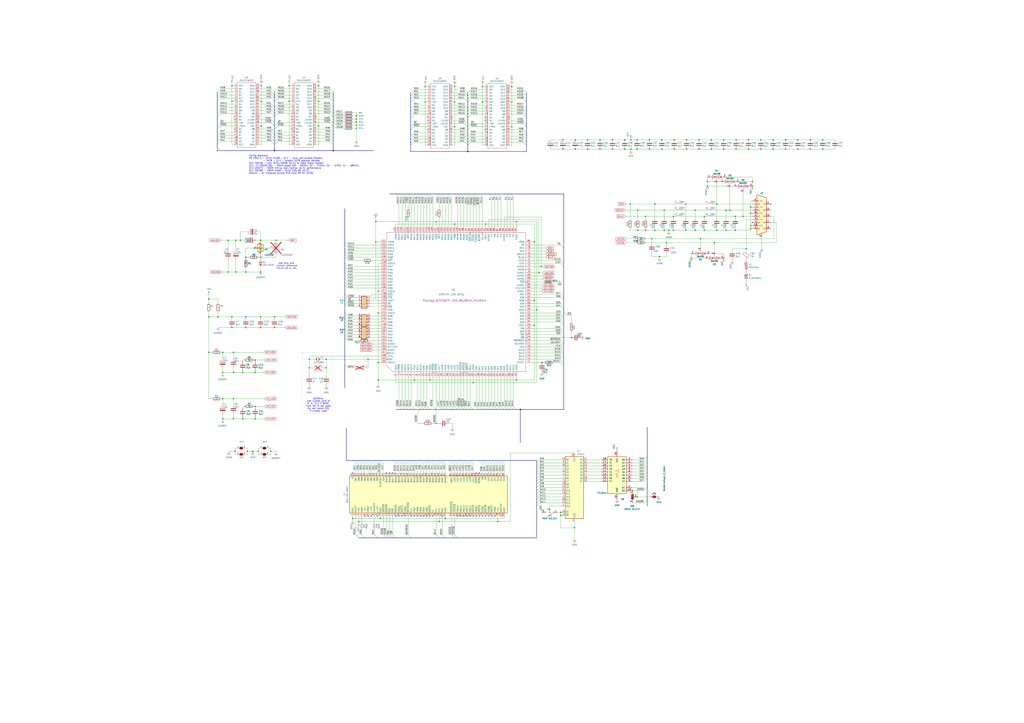
<source format=kicad_sch>
(kicad_sch
	(version 20250114)
	(generator "eeschema")
	(generator_version "9.0")
	(uuid "4a1fd320-e82a-408b-bd41-eddf9c8578fa")
	(paper "A1")
	
	(text "Config Resistors \nR9 (MD17) - 5422-5428 - 0/1 - zero wait enable/disable,\n            - 5429 - 0/1 - enable 2070 address decode.\nR10 (MD19) - port 3C3h/46E8h (0/1) is Video Sleep register\nR11, 12 (MD25/26) - DRAM speed (00 - 50MHz, 01 - 44MHz, 10 - 41Mhz, 11 - 38NHz)\nR13 (MD27) - DRAM timing high/normal (0/1) performance\nR14 (MD28) - DRAM mode - multi CAS/WE (0/1)\nDefault - all installed except R10 (and R9 for 5429)"
		(exclude_from_sim no)
		(at 204.47 135.255 0)
		(effects
			(font
				(size 1.27 1.27)
			)
			(justify left)
		)
		(uuid "3f98f744-188e-4ff1-8a4c-611faaed4611")
	)
	(text "Optional.\nUse crystal (one of\nY1 or Y1') if BOSC \nfrom ISA is not used.\nDo not install R31\nif crystal used."
		(exclude_from_sim no)
		(at 261.62 332.74 0)
		(effects
			(font
				(size 1.27 1.27)
			)
		)
		(uuid "65a06441-bbb0-4bc6-946a-a03e03d276b4")
	)
	(text "Use only one \ncurrent-reference\ncircuit U5 or U5'."
		(exclude_from_sim no)
		(at 235.585 218.44 0)
		(effects
			(font
				(size 1.27 1.27)
			)
		)
		(uuid "d6cc2038-e45e-4ab8-8e95-20b0330c32c7")
	)
	(junction
		(at 312.42 426.085)
		(diameter 0)
		(color 0 0 0 0)
		(uuid "0187054e-dc64-441f-be06-bce37dffeb76")
	)
	(junction
		(at 438.785 267.335)
		(diameter 0)
		(color 0 0 0 0)
		(uuid "01b6eb94-1eef-4b81-bd35-3ded3609e64d")
	)
	(junction
		(at 292.735 95.25)
		(diameter 0)
		(color 0 0 0 0)
		(uuid "026a68ff-8138-4614-bf38-6bab036d6f29")
	)
	(junction
		(at 541.655 210.82)
		(diameter 0)
		(color 0 0 0 0)
		(uuid "0292c081-2414-48b2-b556-7eea6581894c")
	)
	(junction
		(at 209.55 334.01)
		(diameter 0)
		(color 0 0 0 0)
		(uuid "03d1fda2-a03c-4f28-b944-6d8102c87613")
	)
	(junction
		(at 460.375 421.005)
		(diameter 0)
		(color 0 0 0 0)
		(uuid "03e7cb55-61f1-4464-9503-ca6c2676631b")
	)
	(junction
		(at 535.305 196.215)
		(diameter 0)
		(color 0 0 0 0)
		(uuid "04758a1a-ea8e-4f09-97c0-53bc9f557970")
	)
	(junction
		(at 482.6 122.555)
		(diameter 0)
		(color 0 0 0 0)
		(uuid "0507cddc-297d-4b66-8274-0f64ad92e274")
	)
	(junction
		(at 209.55 295.91)
		(diameter 0)
		(color 0 0 0 0)
		(uuid "0523cecc-f0c3-479f-bf9b-e1870bea1a81")
	)
	(junction
		(at 360.68 428.625)
		(diameter 0)
		(color 0 0 0 0)
		(uuid "05b2ff9d-3c55-4117-bd2e-6e0e62ca01ee")
	)
	(junction
		(at 254 302.26)
		(diameter 0)
		(color 0 0 0 0)
		(uuid "0644423c-e981-491b-af6d-ec5b39abd4cd")
	)
	(junction
		(at 655.32 114.935)
		(diameter 0)
		(color 0 0 0 0)
		(uuid "084af0ae-64a8-48af-adb8-a30238851a1f")
	)
	(junction
		(at 472.44 114.935)
		(diameter 0)
		(color 0 0 0 0)
		(uuid "08913714-20d4-4bd8-84d2-3b13d3de02ff")
	)
	(junction
		(at 199.39 306.07)
		(diameter 0)
		(color 0 0 0 0)
		(uuid "09b8f961-016a-4dd9-8a41-26236a46fa81")
	)
	(junction
		(at 588.645 189.23)
		(diameter 0)
		(color 0 0 0 0)
		(uuid "0a13acd6-0984-45b8-a8a1-d671f0d15d0b")
	)
	(junction
		(at 420.37 83.82)
		(diameter 0)
		(color 0 0 0 0)
		(uuid "0bf193ff-8aa7-4824-aa54-9f2e5d192b59")
	)
	(junction
		(at 171.45 245.745)
		(diameter 0)
		(color 0 0 0 0)
		(uuid "0c596f38-753c-4c5d-a53b-54702ff51335")
	)
	(junction
		(at 213.995 211.455)
		(diameter 0)
		(color 0 0 0 0)
		(uuid "0db8a95c-7935-4766-94ba-dc010919a89f")
	)
	(junction
		(at 201.93 223.52)
		(diameter 0)
		(color 0 0 0 0)
		(uuid "0e7d6fc4-65fa-4769-abb0-8a841d47f9c9")
	)
	(junction
		(at 193.675 223.52)
		(diameter 0)
		(color 0 0 0 0)
		(uuid "0fcb1f3f-cf81-440d-8bc7-96938e29ced3")
	)
	(junction
		(at 292.735 102.87)
		(diameter 0)
		(color 0 0 0 0)
		(uuid "11dadeaf-423c-4f80-ac14-01859ddaae50")
	)
	(junction
		(at 444.5 219.075)
		(diameter 0)
		(color 0 0 0 0)
		(uuid "123b8c4c-b5be-4841-909e-715570cc3e2e")
	)
	(junction
		(at 596.265 172.72)
		(diameter 0)
		(color 0 0 0 0)
		(uuid "134ca02f-4492-4752-a26d-a621c078556f")
	)
	(junction
		(at 408.94 428.625)
		(diameter 0)
		(color 0 0 0 0)
		(uuid "142ac170-3690-49b8-8271-c858018e9e1a")
	)
	(junction
		(at 213.995 269.24)
		(diameter 0)
		(color 0 0 0 0)
		(uuid "145538ac-2060-4e0a-8b5a-8d281bfd172e")
	)
	(junction
		(at 201.93 211.455)
		(diameter 0)
		(color 0 0 0 0)
		(uuid "17e9e2a9-b6b1-4679-8ba9-8ff770d0c6a5")
	)
	(junction
		(at 310.515 312.42)
		(diameter 0)
		(color 0 0 0 0)
		(uuid "19da9c58-5bc3-4dbe-8ff8-0034bf3750cd")
	)
	(junction
		(at 201.93 269.24)
		(diameter 0)
		(color 0 0 0 0)
		(uuid "1a0e26c4-bfdf-4cc3-8e71-392cc79ec441")
	)
	(junction
		(at 530.225 189.23)
		(diameter 0)
		(color 0 0 0 0)
		(uuid "1a37ffc3-95ea-4992-bb85-a312d91602aa")
	)
	(junction
		(at 575.31 196.215)
		(diameter 0)
		(color 0 0 0 0)
		(uuid "1cff7eb8-279e-49f8-a518-fd93fd46fa16")
	)
	(junction
		(at 440.69 254.635)
		(diameter 0)
		(color 0 0 0 0)
		(uuid "1d552a4b-63b3-449d-9e0c-90590745244f")
	)
	(junction
		(at 199.39 344.17)
		(diameter 0)
		(color 0 0 0 0)
		(uuid "1ed878d7-598d-41f1-9a51-a1d4535f7a89")
	)
	(junction
		(at 237.49 70.485)
		(diameter 0)
		(color 0 0 0 0)
		(uuid "204ffd06-78ba-4ebb-b147-893c1053d186")
	)
	(junction
		(at 616.585 187.96)
		(diameter 0)
		(color 0 0 0 0)
		(uuid "2067da93-b9d6-4c69-b37e-1a25000a638b")
	)
	(junction
		(at 523.24 408.305)
		(diameter 0)
		(color 0 0 0 0)
		(uuid "213173a8-b1f1-4562-a96c-8d08d007c598")
	)
	(junction
		(at 553.085 177.8)
		(diameter 0)
		(color 0 0 0 0)
		(uuid "21de7ab6-05b0-4062-b653-a1fa7b83f5d3")
	)
	(junction
		(at 616.585 185.42)
		(diameter 0)
		(color 0 0 0 0)
		(uuid "25f9b24d-9887-40ac-9f74-77e197b443fb")
	)
	(junction
		(at 594.36 122.555)
		(diameter 0)
		(color 0 0 0 0)
		(uuid "260f8a20-7126-4fea-8570-dd122a35dd0c")
	)
	(junction
		(at 523.875 189.23)
		(diameter 0)
		(color 0 0 0 0)
		(uuid "269e4948-4ad4-4a0d-89f8-5e392b62106b")
	)
	(junction
		(at 214.63 103.505)
		(diameter 0)
		(color 0 0 0 0)
		(uuid "26b93d93-f3ee-4792-ba95-7636623544d1")
	)
	(junction
		(at 182.88 289.56)
		(diameter 0)
		(color 0 0 0 0)
		(uuid "274b437c-4542-408d-a819-266b8f4ccc6f")
	)
	(junction
		(at 675.64 122.555)
		(diameter 0)
		(color 0 0 0 0)
		(uuid "28add619-4c44-485e-8b15-396095668c37")
	)
	(junction
		(at 614.68 122.555)
		(diameter 0)
		(color 0 0 0 0)
		(uuid "292e0cb4-b2b9-4235-9623-8a69cc82efe0")
	)
	(junction
		(at 596.265 189.23)
		(diameter 0)
		(color 0 0 0 0)
		(uuid "2a6ea6d2-5c19-4e8d-b6ee-91f23978498e")
	)
	(junction
		(at 373.38 83.82)
		(diameter 0)
		(color 0 0 0 0)
		(uuid "2aa9b85a-4c7f-430c-8c12-d96ce99555d9")
	)
	(junction
		(at 603.885 177.8)
		(diameter 0)
		(color 0 0 0 0)
		(uuid "2b16ba0c-9680-4eff-9cc7-534202910910")
	)
	(junction
		(at 214.63 70.485)
		(diameter 0)
		(color 0 0 0 0)
		(uuid "2bb9b394-4df4-46bd-8581-9412acb7167c")
	)
	(junction
		(at 171.45 260.35)
		(diameter 0)
		(color 0 0 0 0)
		(uuid "2d38fb27-824d-47a3-823b-3c4b752aa4fe")
	)
	(junction
		(at 191.77 306.07)
		(diameter 0)
		(color 0 0 0 0)
		(uuid "2db78267-99f8-4070-955b-7bf91e694303")
	)
	(junction
		(at 190.5 260.35)
		(diameter 0)
		(color 0 0 0 0)
		(uuid "2f48abc8-ecb7-4834-aec3-4fcc35507bf7")
	)
	(junction
		(at 209.55 306.07)
		(diameter 0)
		(color 0 0 0 0)
		(uuid "2f70865d-52c2-4d66-b484-3d4069d3b202")
	)
	(junction
		(at 578.485 189.23)
		(diameter 0)
		(color 0 0 0 0)
		(uuid "2fb68136-169b-4eea-8b17-035816a377cf")
	)
	(junction
		(at 574.04 114.935)
		(diameter 0)
		(color 0 0 0 0)
		(uuid "2fef19c9-519e-4aaa-880a-fb56a9362f16")
	)
	(junction
		(at 492.76 122.555)
		(diameter 0)
		(color 0 0 0 0)
		(uuid "32ed4981-13bc-47e8-8707-95e18e46741c")
	)
	(junction
		(at 533.4 122.555)
		(diameter 0)
		(color 0 0 0 0)
		(uuid "351f0cd6-7d3e-403b-8879-68a68312159d")
	)
	(junction
		(at 310.515 239.395)
		(diameter 0)
		(color 0 0 0 0)
		(uuid "352b5536-94a3-4c15-85b3-9b02cf724a0f")
	)
	(junction
		(at 553.72 122.555)
		(diameter 0)
		(color 0 0 0 0)
		(uuid "39d0daca-5282-4b0b-a1ac-38f3a987e602")
	)
	(junction
		(at 517.525 167.64)
		(diameter 0)
		(color 0 0 0 0)
		(uuid "3ad194b9-569b-4428-91ab-452e616b6797")
	)
	(junction
		(at 604.52 122.555)
		(diameter 0)
		(color 0 0 0 0)
		(uuid "3b93edd5-6b6b-417d-ae0a-4623fc45fcb3")
	)
	(junction
		(at 213.995 260.35)
		(diameter 0)
		(color 0 0 0 0)
		(uuid "3d637420-501a-405f-bfd0-166f751be3de")
	)
	(junction
		(at 225.425 260.35)
		(diameter 0)
		(color 0 0 0 0)
		(uuid "4189cb18-ef9a-4dc3-b681-8f76d7fbec57")
	)
	(junction
		(at 462.28 114.935)
		(diameter 0)
		(color 0 0 0 0)
		(uuid "41e194de-f447-4cb5-889d-5e81433412d5")
	)
	(junction
		(at 624.84 114.935)
		(diameter 0)
		(color 0 0 0 0)
		(uuid "423fa716-5518-4100-81c9-b1d1d569d2aa")
	)
	(junction
		(at 635 114.935)
		(diameter 0)
		(color 0 0 0 0)
		(uuid "42a50069-2500-432d-b675-19100e2708b0")
	)
	(junction
		(at 617.855 153.035)
		(diameter 0)
		(color 0 0 0 0)
		(uuid "42f9a945-a89a-487c-8012-94b6ec8216f7")
	)
	(junction
		(at 289.56 426.085)
		(diameter 0)
		(color 0 0 0 0)
		(uuid "434ab4ce-e8dc-48dc-bd5c-c6d30b0d34d2")
	)
	(junction
		(at 616.585 170.18)
		(diameter 0)
		(color 0 0 0 0)
		(uuid "489c9e4a-3f84-407c-9c34-830f7b2c21ed")
	)
	(junction
		(at 292.735 97.79)
		(diameter 0)
		(color 0 0 0 0)
		(uuid "48f42485-d138-4f81-a7dd-0f2940f6af5c")
	)
	(junction
		(at 581.025 153.035)
		(diameter 0)
		(color 0 0 0 0)
		(uuid "499a2941-e6e5-4fc7-9d3b-bbea65e855be")
	)
	(junction
		(at 594.36 114.935)
		(diameter 0)
		(color 0 0 0 0)
		(uuid "49f09001-3bce-4757-90d7-e483b9747978")
	)
	(junction
		(at 222.25 370.84)
		(diameter 0)
		(color 0 0 0 0)
		(uuid "4c1544b7-97d0-4a45-ab6b-429758051d30")
	)
	(junction
		(at 665.48 114.935)
		(diameter 0)
		(color 0 0 0 0)
		(uuid "4c4ea243-2ed2-4a2f-94c0-95de15c1c0f0")
	)
	(junction
		(at 588.645 167.64)
		(diameter 0)
		(color 0 0 0 0)
		(uuid "4f7ca6bd-e3d0-43b3-a877-a11fefc4c01c")
	)
	(junction
		(at 543.56 122.555)
		(diameter 0)
		(color 0 0 0 0)
		(uuid "4f95e00c-6de0-41d8-bb8e-3bf98ea5fddc")
	)
	(junction
		(at 574.04 122.555)
		(diameter 0)
		(color 0 0 0 0)
		(uuid "50fad5e8-9d5f-46dd-b650-c525dc3dfe50")
	)
	(junction
		(at 645.16 114.935)
		(diameter 0)
		(color 0 0 0 0)
		(uuid "52b25d5e-7603-486e-96e0-c11b0edf5693")
	)
	(junction
		(at 635 122.555)
		(diameter 0)
		(color 0 0 0 0)
		(uuid "5410bcff-8566-4d3e-bf75-b526653839fa")
	)
	(junction
		(at 645.16 122.555)
		(diameter 0)
		(color 0 0 0 0)
		(uuid "552f6567-326f-45a9-b51e-3a9e4a455ab4")
	)
	(junction
		(at 545.465 172.72)
		(diameter 0)
		(color 0 0 0 0)
		(uuid "572c0e93-5df8-4c31-9418-49a78b86b8e9")
	)
	(junction
		(at 201.93 260.35)
		(diameter 0)
		(color 0 0 0 0)
		(uuid "57a076bd-a8b3-419f-96f2-dad1f92a30f2")
	)
	(junction
		(at 578.485 177.8)
		(diameter 0)
		(color 0 0 0 0)
		(uuid "58c7e6aa-3ed2-44ea-8e57-508522df6d8d")
	)
	(junction
		(at 523.875 172.72)
		(diameter 0)
		(color 0 0 0 0)
		(uuid "5a08a6ae-30ad-4cb8-a31c-9ccad745f51d")
	)
	(junction
		(at 427.355 336.55)
		(diameter 0)
		(color 0 0 0 0)
		(uuid "5a0b4de8-0c45-40d2-9315-bfb9ca62f2e8")
	)
	(junction
		(at 570.865 189.23)
		(diameter 0)
		(color 0 0 0 0)
		(uuid "5cb6ace4-ca61-44b6-8d52-dafbb6d84bfb")
	)
	(junction
		(at 237.49 83.185)
		(diameter 0)
		(color 0 0 0 0)
		(uuid "5ce5f16f-6585-4af4-8012-84dac0947e05")
	)
	(junction
		(at 563.88 122.555)
		(diameter 0)
		(color 0 0 0 0)
		(uuid "5d0f55bd-b437-400a-b127-01b6e7006364")
	)
	(junction
		(at 445.135 297.815)
		(diameter 0)
		(color 0 0 0 0)
		(uuid "5fa609d6-c0f7-4e52-804c-8ae8ff1e6e4b")
	)
	(junction
		(at 549.275 189.23)
		(diameter 0)
		(color 0 0 0 0)
		(uuid "61a218ac-d011-4bec-b5b3-4a8ea63de5c8")
	)
	(junction
		(at 310.515 257.175)
		(diameter 0)
		(color 0 0 0 0)
		(uuid "63c900de-2d52-4bc6-a0e7-6b3e93bdc1fe")
	)
	(junction
		(at 537.845 189.23)
		(diameter 0)
		(color 0 0 0 0)
		(uuid "65ba1c94-62c7-434d-9352-0a1931c8cf63")
	)
	(junction
		(at 292.735 100.33)
		(diameter 0)
		(color 0 0 0 0)
		(uuid "69760998-3c78-4ed1-8da5-bdec4c0f9c39")
	)
	(junction
		(at 261.62 103.505)
		(diameter 0)
		(color 0 0 0 0)
		(uuid "6a3290e0-4349-4b29-9649-03b1888e2744")
	)
	(junction
		(at 187.325 223.52)
		(diameter 0)
		(color 0 0 0 0)
		(uuid "6a68d2ec-b11d-4901-ada3-7709298e166b")
	)
	(junction
		(at 460.375 423.545)
		(diameter 0)
		(color 0 0 0 0)
		(uuid "6ac040f6-8cf3-4913-aa4d-e65a3abede14")
	)
	(junction
		(at 502.92 114.935)
		(diameter 0)
		(color 0 0 0 0)
		(uuid "6b171e4f-43e4-4d4a-bd6c-b26653dbda47")
	)
	(junction
		(at 267.97 302.26)
		(diameter 0)
		(color 0 0 0 0)
		(uuid "6c4aab1c-192a-43fa-a95a-791450b286df")
	)
	(junction
		(at 261.62 70.485)
		(diameter 0)
		(color 0 0 0 0)
		(uuid "700ac8d7-1d87-411c-ba80-a9d45b00eb3a")
	)
	(junction
		(at 203.2 370.84)
		(diameter 0)
		(color 0 0 0 0)
		(uuid "70374f98-8cfd-4964-9472-c489a3df7e38")
	)
	(junction
		(at 533.4 114.935)
		(diameter 0)
		(color 0 0 0 0)
		(uuid "70cae48d-e9ba-49d0-866a-32965187a15b")
	)
	(junction
		(at 225.425 123.825)
		(diameter 0)
		(color 0 0 0 0)
		(uuid "74b4396d-d154-45ad-8505-29f78132f4b6")
	)
	(junction
		(at 212.09 370.84)
		(diameter 0)
		(color 0 0 0 0)
		(uuid "7564b637-5acb-4d22-8feb-9ed8dad36ec0")
	)
	(junction
		(at 373.38 184.15)
		(diameter 0)
		(color 0 0 0 0)
		(uuid "78044c01-fb50-46e2-8fa3-c565ab11299b")
	)
	(junction
		(at 384.175 124.46)
		(diameter 0)
		(color 0 0 0 0)
		(uuid "79d007d1-971f-4676-84ec-6c286d4ac0a0")
	)
	(junction
		(at 616.585 175.26)
		(diameter 0)
		(color 0 0 0 0)
		(uuid "7b5736b6-6ff3-49eb-8089-08fc320a7379")
	)
	(junction
		(at 530.225 177.8)
		(diameter 0)
		(color 0 0 0 0)
		(uuid "8142028d-c463-412b-993f-5fef111d6883")
	)
	(junction
		(at 182.88 344.17)
		(diameter 0)
		(color 0 0 0 0)
		(uuid "834866e3-9eb0-4df3-9389-ed1bd2fcfff4")
	)
	(junction
		(at 553.085 189.23)
		(diameter 0)
		(color 0 0 0 0)
		(uuid "85f640cf-45a6-43f0-91ef-ff2d3c94b173")
	)
	(junction
		(at 599.44 172.72)
		(diameter 0)
		(color 0 0 0 0)
		(uuid "88289862-cb62-4703-af6d-c041b131ec06")
	)
	(junction
		(at 294.64 428.625)
		(diameter 0)
		(color 0 0 0 0)
		(uuid "8acda848-ab69-4c77-b5fe-3e6217d6907a")
	)
	(junction
		(at 207.645 370.84)
		(diameter 0)
		(color 0 0 0 0)
		(uuid "8b50ff47-ee69-4646-a238-d9a7036bbbfa")
	)
	(junction
		(at 438.785 198.755)
		(diameter 0)
		(color 0 0 0 0)
		(uuid "8d1f9a1f-1802-4099-93c8-d4f7879480b0")
	)
	(junction
		(at 225.425 269.24)
		(diameter 0)
		(color 0 0 0 0)
		(uuid "8f0e5d14-e8a1-4451-b923-d7b7aa8f84e1")
	)
	(junction
		(at 191.77 289.56)
		(diameter 0)
		(color 0 0 0 0)
		(uuid "90e0007c-9b09-4d8c-8493-7eb0560921fd")
	)
	(junction
		(at 518.16 114.935)
		(diameter 0)
		(color 0 0 0 0)
		(uuid "934587bb-5280-4edb-b838-a3a84c5833d8")
	)
	(junction
		(at 193.04 370.84)
		(diameter 0)
		(color 0 0 0 0)
		(uuid "93773374-e48f-4ef9-933a-60baff3dcb04")
	)
	(junction
		(at 213.995 197.485)
		(diameter 0)
		(color 0 0 0 0)
		(uuid "980b89fd-acce-49fe-a166-c1310786a603")
	)
	(junction
		(at 365.76 426.085)
		(diameter 0)
		(color 0 0 0 0)
		(uuid "99d847ab-e304-49f0-b0fa-abf7dd4a7a96")
	)
	(junction
		(at 340.36 312.42)
		(diameter 0)
		(color 0 0 0 0)
		(uuid "9bf96a71-1861-427b-9bb9-598dd02f0082")
	)
	(junction
		(at 604.52 114.935)
		(diameter 0)
		(color 0 0 0 0)
		(uuid "9dfc290f-19ad-4cad-aeb8-8eadc8062152")
	)
	(junction
		(at 537.845 167.64)
		(diameter 0)
		(color 0 0 0 0)
		(uuid "9e1a7275-c325-492b-9844-31ca164a9ad5")
	)
	(junction
		(at 492.76 114.935)
		(diameter 0)
		(color 0 0 0 0)
		(uuid "9e997998-ffc3-454b-aaee-27f8d8e3816e")
	)
	(junction
		(at 563.245 167.64)
		(diameter 0)
		(color 0 0 0 0)
		(uuid "9eeaf640-2177-488a-a539-b6383d3c5a27")
	)
	(junction
		(at 586.74 199.39)
		(diameter 0)
		(color 0 0 0 0)
		(uuid "a00bf91e-9556-4036-bd44-c9fc1d037658")
	)
	(junction
		(at 518.16 122.555)
		(diameter 0)
		(color 0 0 0 0)
		(uuid "a06f0344-2377-4d46-9844-da45b200f41a")
	)
	(junction
		(at 396.24 71.12)
		(diameter 0)
		(color 0 0 0 0)
		(uuid "a282b8c2-7d2b-4cfa-936c-4be166f87e55")
	)
	(junction
		(at 420.37 104.14)
		(diameter 0)
		(color 0 0 0 0)
		(uuid "a4f8091e-3f76-46c1-a709-ba8207b20af3")
	)
	(junction
		(at 570.865 172.72)
		(diameter 0)
		(color 0 0 0 0)
		(uuid "a611d33c-ec85-4af2-982f-97fe0f58124b")
	)
	(junction
		(at 584.2 122.555)
		(diameter 0)
		(color 0 0 0 0)
		(uuid "a7c30290-2575-4fe1-9ad0-122f00ae819f")
	)
	(junction
		(at 513.08 122.555)
		(diameter 0)
		(color 0 0 0 0)
		(uuid "a82bb278-4c7d-492e-b069-6349ad111d18")
	)
	(junction
		(at 187.325 197.485)
		(diameter 0)
		(color 0 0 0 0)
		(uuid "a94e6445-d4ba-4ddf-9ee3-4e45071fc4b1")
	)
	(junction
		(at 624.84 122.555)
		(diameter 0)
		(color 0 0 0 0)
		(uuid "a9a803cd-bfd0-4ada-80cc-9197751f1eff")
	)
	(junction
		(at 472.44 122.555)
		(diameter 0)
		(color 0 0 0 0)
		(uuid "aa301d4f-7cd5-4eb7-b671-1bd9a474fcd4")
	)
	(junction
		(at 302.26 295.275)
		(diameter 0)
		(color 0 0 0 0)
		(uuid "ac2a2ad7-05a6-4978-8a47-f6adf5f5ae2f")
	)
	(junction
		(at 523.24 114.935)
		(diameter 0)
		(color 0 0 0 0)
		(uuid "ad04b4cd-35e4-49c5-a1ed-39a70abc0881")
	)
	(junction
		(at 442.595 224.155)
		(diameter 0)
		(color 0 0 0 0)
		(uuid "ad82e3ec-61ea-4bb4-aebd-218a347a946a")
	)
	(junction
		(at 358.14 347.98)
		(diameter 0)
		(color 0 0 0 0)
		(uuid "ae625cbb-df39-4000-8ddc-25e020ddb9bf")
	)
	(junction
		(at 612.775 204.47)
		(diameter 0)
		(color 0 0 0 0)
		(uuid "b03b6674-8dec-4d8d-b5cc-ccb734732277")
	)
	(junction
		(at 563.88 114.935)
		(diameter 0)
		(color 0 0 0 0)
		(uuid "b0ade3df-ec79-4814-ad4e-a75c68f20ee2")
	)
	(junction
		(at 182.88 306.07)
		(diameter 0)
		(color 0 0 0 0)
		(uuid "b3a238d7-e4d1-46b4-b07b-bdd955fbb18e")
	)
	(junction
		(at 519.43 403.225)
		(diameter 0)
		(color 0 0 0 0)
		(uuid "b43dac72-e086-42a4-bdf4-8acf8818b60f")
	)
	(junction
		(at 584.2 114.935)
		(diameter 0)
		(color 0 0 0 0)
		(uuid "b61c1842-2aa2-44c2-951c-7fa55f5e2f5b")
	)
	(junction
		(at 396.24 83.82)
		(diameter 0)
		(color 0 0 0 0)
		(uuid "b62f546f-dc63-4770-a029-6c244c108720")
	)
	(junction
		(at 424.18 312.42)
		(diameter 0)
		(color 0 0 0 0)
		(uuid "b74a336d-1f67-493c-bca8-b02f14afeeac")
	)
	(junction
		(at 545.465 189.23)
		(diameter 0)
		(color 0 0 0 0)
		(uuid "b7ec1ed7-9643-43d7-9d3c-58effc2cc096")
	)
	(junction
		(at 179.07 260.35)
		(diameter 0)
		(color 0 0 0 0)
		(uuid "b86a1fdc-5a39-446c-81cd-ca9e9b7003ab")
	)
	(junction
		(at 424.18 182.245)
		(diameter 0)
		(color 0 0 0 0)
		(uuid "ba69eead-5bd8-42a0-b4c8-34766418cd38")
	)
	(junction
		(at 420.37 71.12)
		(diameter 0)
		(color 0 0 0 0)
		(uuid "bb27a714-b11a-469a-90b6-15c6b2f75247")
	)
	(junction
		(at 349.25 83.82)
		(diameter 0)
		(color 0 0 0 0)
		(uuid "bd4326ca-ac2e-4975-9865-55cc21d7e93f")
	)
	(junction
		(at 665.48 122.555)
		(diameter 0)
		(color 0 0 0 0)
		(uuid "bd43ab7d-b639-43d9-8a7b-35ff2979b501")
	)
	(junction
		(at 209.55 344.17)
		(diameter 0)
		(color 0 0 0 0)
		(uuid "bee417ac-3cd2-485d-a613-060771a4ad1d")
	)
	(junction
		(at 502.92 122.555)
		(diameter 0)
		(color 0 0 0 0)
		(uuid "bf571c32-a424-405b-875f-1df3fc94bd75")
	)
	(junction
		(at 373.38 71.12)
		(diameter 0)
		(color 0 0 0 0)
		(uuid "c16f7598-b6bb-4c7f-9876-085ed35e9bf5")
	)
	(junction
		(at 603.885 189.23)
		(diameter 0)
		(color 0 0 0 0)
		(uuid "c370b5e2-b35f-4601-9154-b9e46418649d")
	)
	(junction
		(at 523.24 122.555)
		(diameter 0)
		(color 0 0 0 0)
		(uuid "c4cc8807-0281-4357-9c5d-0cfbe5583bdf")
	)
	(junction
		(at 261.62 83.185)
		(diameter 0)
		(color 0 0 0 0)
		(uuid "c555b576-928d-4e05-9ea9-72a810ed69b2")
	)
	(junction
		(at 581.025 149.225)
		(diameter 0)
		(color 0 0 0 0)
		(uuid "c83f03e5-2d0f-42ed-bfd0-77f40b4ccfd2")
	)
	(junction
		(at 398.78 184.15)
		(diameter 0)
		(color 0 0 0 0)
		(uuid "c860ebbf-a5eb-4380-8fad-4bf3eae1006f")
	)
	(junction
		(at 353.06 312.42)
		(diameter 0)
		(color 0 0 0 0)
		(uuid "c866c48a-3ad0-45bc-9be0-a7b29b84ea17")
	)
	(junction
		(at 190.5 269.24)
		(diameter 0)
		(color 0 0 0 0)
		(uuid "c87a12a9-6b0c-4631-b662-bc9f4fd1248c")
	)
	(junction
		(at 594.36 212.09)
		(diameter 0)
		(color 0 0 0 0)
		(uuid "c9a297ec-d284-498b-9786-abca59854388")
	)
	(junction
		(at 190.5 70.485)
		(diameter 0)
		(color 0 0 0 0)
		(uuid "ca8b0d94-5cbe-4324-b217-9e0f807b2632")
	)
	(junction
		(at 190.5 83.185)
		(diameter 0)
		(color 0 0 0 0)
		(uuid "d142ff06-b1ee-45f5-9314-f7cc57f1e36f")
	)
	(junction
		(at 308.61 182.245)
		(diameter 0)
		(color 0 0 0 0)
		(uuid "d39d9582-dd01-4384-8995-c8c377730475")
	)
	(junction
		(at 197.485 197.485)
		(diameter 0)
		(color 0 0 0 0)
		(uuid "d51aa14c-25f0-4421-839c-46789c748aa0")
	)
	(junction
		(at 438.785 247.015)
		(diameter 0)
		(color 0 0 0 0)
		(uuid "d6bd591d-8ca6-42d3-9f97-30b56334f9c5")
	)
	(junction
		(at 547.37 199.39)
		(diameter 0)
		(color 0 0 0 0)
		(uuid "d7ef2d8f-d2d4-4cb4-a9d8-1539c95fc6f9")
	)
	(junction
		(at 373.38 104.14)
		(diameter 0)
		(color 0 0 0 0)
		(uuid "d8ef6814-8207-4dea-ae5a-38f826777896")
	)
	(junction
		(at 308.61 198.755)
		(diameter 0)
		(color 0 0 0 0)
		(uuid "d8f840b4-6328-4032-b358-b2162dbc2241")
	)
	(junction
		(at 182.88 327.66)
		(diameter 0)
		(color 0 0 0 0)
		(uuid "d9225c03-e5dd-4828-9ae3-3db4b87433b1")
	)
	(junction
		(at 310.515 297.815)
		(diameter 0)
		(color 0 0 0 0)
		(uuid "d9b0ecd7-4b86-432a-98a5-863e83501dcb")
	)
	(junction
		(at 567.69 212.09)
		(diameter 0)
		(color 0 0 0 0)
		(uuid "da2abc86-903b-4fbc-b3f8-0494b5bae07e")
	)
	(junction
		(at 213.995 223.52)
		(diameter 0)
		(color 0 0 0 0)
		(uuid "dbc233c1-c745-4a95-8620-a2fb2a33644f")
	)
	(junction
		(at 543.56 114.935)
		(diameter 0)
		(color 0 0 0 0)
		(uuid "e0752959-853c-4116-8e7e-3f293e859b25")
	)
	(junction
		(at 292.735 105.41)
		(diameter 0)
		(color 0 0 0 0)
		(uuid "e0dbf180-9f90-49dd-b346-3a7bc102bfa1")
	)
	(junction
		(at 273.685 123.825)
		(diameter 0)
		(color 0 0 0 0)
		(uuid "e113bca0-9fef-4aa8-8b03-7702352f60b8")
	)
	(junction
		(at 553.72 114.935)
		(diameter 0)
		(color 0 0 0 0)
		(uuid "e19efece-8210-4db1-8520-08460a92b99f")
	)
	(junction
		(at 462.28 122.555)
		(diameter 0)
		(color 0 0 0 0)
		(uuid "e30af9a2-a4d3-4277-bdc7-9d8956148d7c")
	)
	(junction
		(at 214.63 83.185)
		(diameter 0)
		(color 0 0 0 0)
		(uuid "e33eca07-66cd-415d-b96a-fd47bb200ea2")
	)
	(junction
		(at 191.77 327.66)
		(diameter 0)
		(color 0 0 0 0)
		(uuid "e3b0a2fb-81ea-4534-9883-824dc1be85f4")
	)
	(junction
		(at 267.97 295.275)
		(diameter 0)
		(color 0 0 0 0)
		(uuid "e3c83c1f-d24c-477a-b630-523af0b9460c")
	)
	(junction
		(at 358.14 182.245)
		(diameter 0)
		(color 0 0 0 0)
		(uuid "e6032ba3-1d8b-464c-80e4-09af801e56ad")
	)
	(junction
		(at 471.805 433.705)
		(diameter 0)
		(color 0 0 0 0)
		(uuid "e6085fe4-fe51-4426-8404-fe833f6d461c")
	)
	(junction
		(at 513.08 114.935)
		(diameter 0)
		(color 0 0 0 0)
		(uuid "e60fed5b-c7c9-401c-8a73-cc495f60e888")
	)
	(junction
		(at 254 295.275)
		(diameter 0)
		(color 0 0 0 0)
		(uuid "e8a9a151-9419-446d-89ec-6f77f8716c8c")
	)
	(junction
		(at 208.915 203.835)
		(diameter 0)
		(color 0 0 0 0)
		(uuid "ea0d6ac7-9e66-49ea-93f7-bd2510c9c059")
	)
	(junction
		(at 469.265 277.495)
		(diameter 0)
		(color 0 0 0 0)
		(uuid "ebb945d3-56af-4b64-b2cf-a68f4525f078")
	)
	(junction
		(at 563.245 189.23)
		(diameter 0)
		(color 0 0 0 0)
		(uuid "ebef9409-7857-4791-a4ba-c7821ed82c15")
	)
	(junction
		(at 614.68 114.935)
		(diameter 0)
		(color 0 0 0 0)
		(uuid "eef957d4-a9cd-4ec4-a993-dc017d71a87b")
	)
	(junction
		(at 388.62 314.325)
		(diameter 0)
		(color 0 0 0 0)
		(uuid "f242b64f-fbce-4972-a409-41f5b119c86b")
	)
	(junction
		(at 171.45 289.56)
		(diameter 0)
		(color 0 0 0 0)
		(uuid "f52d0567-8b71-4b16-a105-3f2a7eea5c29")
	)
	(junction
		(at 226.695 197.485)
		(diameter 0)
		(color 0 0 0 0)
		(uuid "f583d49d-2571-45ce-b444-4f83313e4ed5")
	)
	(junction
		(at 675.64 114.935)
		(diameter 0)
		(color 0 0 0 0)
		(uuid "f59fcd2c-c032-4abf-98f3-aa79663781c7")
	)
	(junction
		(at 655.32 122.555)
		(diameter 0)
		(color 0 0 0 0)
		(uuid "f5a40d8f-9bc5-4194-9d23-15d3bac52bcb")
	)
	(junction
		(at 617.855 149.225)
		(diameter 0)
		(color 0 0 0 0)
		(uuid "f6b9b9b5-e616-4655-96fe-0783e1dd51fc")
	)
	(junction
		(at 191.77 344.17)
		(diameter 0)
		(color 0 0 0 0)
		(uuid "f7c54cdf-cd59-4e9e-beb3-6170d4caf1e3")
	)
	(junction
		(at 349.25 71.12)
		(diameter 0)
		(color 0 0 0 0)
		(uuid "f8d549f9-5bbd-4754-b3db-b9a2851f5f2c")
	)
	(junction
		(at 482.6 114.935)
		(diameter 0)
		(color 0 0 0 0)
		(uuid "fb100d07-cf3e-45ed-8c03-7fd39f8f25e2")
	)
	(junction
		(at 610.235 177.8)
		(diameter 0)
		(color 0 0 0 0)
		(uuid "fcc90dae-34fd-4168-8fa6-925334588c0a")
	)
	(junction
		(at 193.675 197.485)
		(diameter 0)
		(color 0 0 0 0)
		(uuid "fd86af4d-ad50-4861-85d6-c1f64622fbc0")
	)
	(no_connect
		(at 388.62 424.18)
		(uuid "05590cab-7a96-4bd5-be43-79793552d73a")
	)
	(no_connect
		(at 347.98 424.18)
		(uuid "06097f32-eb18-4ac0-b65f-0c6b6f95ec2c")
	)
	(no_connect
		(at 398.78 424.18)
		(uuid "0a2c2dc7-f0bf-4829-b9bb-a8ad4d7cdac4")
	)
	(no_connect
		(at 322.58 388.62)
		(uuid "11415f50-ab24-4f9f-a133-0e09f06e3b22")
	)
	(no_connect
		(at 317.5 388.62)
		(uuid "171609c5-0497-4915-8051-664d8f65e0f1")
	)
	(no_connect
		(at 363.22 424.18)
		(uuid "1988c41a-1147-4301-9a79-e05d55b9020b")
	)
	(no_connect
		(at 327.66 424.18)
		(uuid "19bfdba8-47f8-412f-8103-3f39b2927923")
	)
	(no_connect
		(at 396.24 424.18)
		(uuid "1fada2f3-c0d5-47ed-bb18-874bee4cba2f")
	)
	(no_connect
		(at 411.48 424.18)
		(uuid "280b1471-8f17-49e3-8f2d-040c3115bd98")
	)
	(no_connect
		(at 391.16 424.18)
		(uuid "2860b613-9560-4484-89fe-77b966d2992d")
	)
	(no_connect
		(at 320.04 388.62)
		(uuid "2aee466a-e30c-4202-987c-676a0af5edf0")
	)
	(no_connect
		(at 403.86 424.18)
		(uuid "404570c5-1dec-40ea-a8b0-0f822d68895e")
	)
	(no_connect
		(at 393.7 388.62)
		(uuid "439da68c-dbb5-4b0e-9245-b01c55c05352")
	)
	(no_connect
		(at 302.26 424.18)
		(uuid "498198aa-9f13-454f-b5bb-90040689216f")
	)
	(no_connect
		(at 386.08 424.18)
		(uuid "49a3b5ac-2e80-4dc5-a03e-05b0630830fd")
	)
	(no_connect
		(at 401.32 424.18)
		(uuid "5d524f8b-4ba0-4465-b778-e5f249fde12f")
	)
	(no_connect
		(at 350.52 424.18)
		(uuid "69baa5aa-387d-46de-b856-9cd6f2288dbf")
	)
	(no_connect
		(at 406.4 424.18)
		(uuid "71cd4371-dca6-4d56-8cd9-d19781b4cabb")
	)
	(no_connect
		(at 381 424.18)
		(uuid "844b78f0-5d33-4062-9bbd-f57a81b0c98b")
	)
	(no_connect
		(at 353.06 424.18)
		(uuid "867ad2f9-79a6-4fa1-8480-a6de626a1b10")
	)
	(no_connect
		(at 325.12 424.18)
		(uuid "8a89e39e-3117-4622-be30-03b2a8ea618d")
	)
	(no_connect
		(at 332.74 424.18)
		(uuid "8cc7ffb7-f224-4619-9387-be51f1e05549")
	)
	(no_connect
		(at 375.92 424.18)
		(uuid "93aa0935-7d92-4200-a7fe-3f2d253b505f")
	)
	(no_connect
		(at 299.72 424.18)
		(uuid "9f543c91-0163-44e5-802c-d365655f8d2b")
	)
	(no_connect
		(at 342.9 424.18)
		(uuid "a3bea11b-c2e1-4632-9bc5-4fea3e6a7df6")
	)
	(no_connect
		(at 355.6 424.18)
		(uuid "bf9f5722-d9e0-4de1-bff4-35a49e26579f")
	)
	(no_connect
		(at 617.855 182.88)
		(uuid "c8e8f0ac-deb1-461c-a8f7-a931cb96fca5")
	)
	(no_connect
		(at 378.46 424.18)
		(uuid "c92f9eaa-2df0-4898-97e9-7d1c7bb07045")
	)
	(no_connect
		(at 330.2 424.18)
		(uuid "caf02c10-a0d9-4b07-83f6-190b867f38b1")
	)
	(no_connect
		(at 304.8 424.18)
		(uuid "d752344b-de22-4362-9773-4948a78c022d")
	)
	(no_connect
		(at 383.54 424.18)
		(uuid "d76c2619-1915-4def-ac7c-850ff896effc")
	)
	(no_connect
		(at 391.16 388.62)
		(uuid "d8aea6d6-83be-41ac-a94a-ee09393b80a3")
	)
	(no_connect
		(at 309.88 424.18)
		(uuid "dcb75841-4770-4c98-b279-a38ad708549d")
	)
	(no_connect
		(at 393.7 424.18)
		(uuid "dceeea01-195c-4bf5-9dd5-42b55d63d904")
	)
	(no_connect
		(at 337.82 424.18)
		(uuid "e7ee2980-4645-4ad7-b71e-f35a0928d6a2")
	)
	(no_connect
		(at 289.56 388.62)
		(uuid "ed5e1917-ed01-4532-a57a-61349cbbf01d")
	)
	(no_connect
		(at 633.095 167.64)
		(uuid "ee30f303-bc85-4ca2-9a14-df2c15d90c8e")
	)
	(no_connect
		(at 345.44 424.18)
		(uuid "f13ae9ed-04ef-4889-8ce9-c81facdb53e8")
	)
	(no_connect
		(at 340.36 424.18)
		(uuid "f3431e22-d6d2-4eff-ae39-f4fbf42fd146")
	)
	(bus_entry
		(at 386.715 116.84)
		(size -2.54 2.54)
		(stroke
			(width 0)
			(type default)
		)
		(uuid "00ea496f-7077-4795-b7d5-019842f7488c")
	)
	(bus_entry
		(at 381.635 91.44)
		(size 2.54 2.54)
		(stroke
			(width 0)
			(type default)
		)
		(uuid "01d802c3-bfbf-4224-ae79-931493e365a9")
	)
	(bus_entry
		(at 347.98 381)
		(size -2.54 -2.54)
		(stroke
			(width 0)
			(type default)
		)
		(uuid "036f098b-23f0-48ce-bbd6-7f0f3b36f560")
	)
	(bus_entry
		(at 345.44 334.01)
		(size 2.54 2.54)
		(stroke
			(width 0)
			(type default)
		)
		(uuid "04bd42b8-4e8c-49bf-b60c-1ef97e012d0b")
	)
	(bus_entry
		(at 309.88 381)
		(size -2.54 -2.54)
		(stroke
			(width 0)
			(type default)
		)
		(uuid "0606a2b3-2990-4037-b22d-48e0005e5ad6")
	)
	(bus_entry
		(at 330.2 159.385)
		(size 2.54 2.54)
		(stroke
			(width 0)
			(type default)
		)
		(uuid "071e6180-d789-4eb6-a446-fc882a9329f4")
	)
	(bus_entry
		(at 227.965 80.645)
		(size -2.54 2.54)
		(stroke
			(width 0)
			(type default)
		)
		(uuid "07947fbc-2b2f-4076-8232-61f1da8684c3")
	)
	(bus_entry
		(at 297.18 381)
		(size -2.54 -2.54)
		(stroke
			(width 0)
			(type default)
		)
		(uuid "0a46f447-a92d-43d6-9560-6cdb7778c38d")
	)
	(bus_entry
		(at 378.46 381)
		(size -2.54 -2.54)
		(stroke
			(width 0)
			(type default)
		)
		(uuid "0ab51481-bc5a-41f4-97ec-d31d33a4aa5c")
	)
	(bus_entry
		(at 283.21 211.455)
		(size 2.54 2.54)
		(stroke
			(width 0)
			(type default)
		)
		(uuid "0baece28-e1c2-45c1-bb36-7e576ad8404c")
	)
	(bus_entry
		(at 222.885 85.725)
		(size 2.54 2.54)
		(stroke
			(width 0)
			(type default)
		)
		(uuid "0c44c9df-b266-499c-b2aa-f217402cd2b4")
	)
	(bus_entry
		(at 528.955 395.605)
		(size 2.54 -2.54)
		(stroke
			(width 0)
			(type default)
		)
		(uuid "0c95d265-9698-495c-b8b7-f22458542c01")
	)
	(bus_entry
		(at 386.715 114.3)
		(size -2.54 2.54)
		(stroke
			(width 0)
			(type default)
		)
		(uuid "0df4b52b-8591-4140-8ed5-fdac00d1ffa5")
	)
	(bus_entry
		(at 386.715 93.98)
		(size -2.54 2.54)
		(stroke
			(width 0)
			(type default)
		)
		(uuid "0e085c5c-8fa0-4319-a017-b8a4221a2213")
	)
	(bus_entry
		(at 440.69 415.925)
		(size 2.54 -2.54)
		(stroke
			(width 0)
			(type default)
		)
		(uuid "0e0e0030-40f7-4b8e-8483-1f6745655fb0")
	)
	(bus_entry
		(at 180.975 73.025)
		(size -2.54 2.54)
		(stroke
			(width 0)
			(type default)
		)
		(uuid "0e2fd2f5-0ac1-49e1-abd8-2166338d8dab")
	)
	(bus_entry
		(at 337.82 381)
		(size -2.54 -2.54)
		(stroke
			(width 0)
			(type default)
		)
		(uuid "0e395f85-864c-4401-aa6d-283008cae126")
	)
	(bus_entry
		(at 419.1 159.385)
		(size 2.54 2.54)
		(stroke
			(width 0)
			(type default)
		)
		(uuid "0e9dce68-31eb-426a-8c0b-836102f52b03")
	)
	(bus_entry
		(at 375.92 334.01)
		(size 2.54 2.54)
		(stroke
			(width 0)
			(type default)
		)
		(uuid "0ec58dd4-a332-429e-b381-072966d64fac")
	)
	(bus_entry
		(at 460.375 241.935)
		(size 2.54 2.54)
		(stroke
			(width 0)
			(type default)
		)
		(uuid "0f4aeaaa-af2a-48ce-b1d7-597edf2c46f5")
	)
	(bus_entry
		(at 388.62 381)
		(size -2.54 -2.54)
		(stroke
			(width 0)
			(type default)
		)
		(uuid "100f1f40-867c-4d7b-ae85-fefbe6021bf8")
	)
	(bus_entry
		(at 398.78 381)
		(size -2.54 -2.54)
		(stroke
			(width 0)
			(type default)
		)
		(uuid "120a70fe-6d46-4742-8275-1bbb67119a85")
	)
	(bus_entry
		(at 440.69 387.985)
		(size 2.54 -2.54)
		(stroke
			(width 0)
			(type default)
		)
		(uuid "12f98ee9-0e3f-47c8-8f96-fd7927c0fd04")
	)
	(bus_entry
		(at 180.975 75.565)
		(size -2.54 2.54)
		(stroke
			(width 0)
			(type default)
		)
		(uuid "131f198c-5c34-4dd4-9a89-16524eb8535c")
	)
	(bus_entry
		(at 180.975 85.725)
		(size -2.54 2.54)
		(stroke
			(width 0)
			(type default)
		)
		(uuid "132a9786-7c96-4b13-a4a2-b798114c7f80")
	)
	(bus_entry
		(at 386.715 76.2)
		(size -2.54 2.54)
		(stroke
			(width 0)
			(type default)
		)
		(uuid "1403a429-da07-4a65-81d0-e0e787a40f45")
	)
	(bus_entry
		(at 370.84 439.42)
		(size 2.54 2.54)
		(stroke
			(width 0)
			(type default)
		)
		(uuid "144fbeb3-d656-4bea-80d4-ee2c06fef4fc")
	)
	(bus_entry
		(at 271.145 106.045)
		(size 2.54 2.54)
		(stroke
			(width 0)
			(type default)
		)
		(uuid "159b177b-1f13-4a23-a739-1ec755891430")
	)
	(bus_entry
		(at 460.375 274.955)
		(size 2.54 2.54)
		(stroke
			(width 0)
			(type default)
		)
		(uuid "16850b4e-8047-41c0-93b1-62651eb954aa")
	)
	(bus_entry
		(at 180.975 113.665)
		(size -2.54 2.54)
		(stroke
			(width 0)
			(type default)
		)
		(uuid "1725b234-1fd8-4785-9b06-c21c47ee670e")
	)
	(bus_entry
		(at 283.21 206.375)
		(size 2.54 2.54)
		(stroke
			(width 0)
			(type default)
		)
		(uuid "1762ade2-120b-4c28-9b37-d8869a1405cf")
	)
	(bus_entry
		(at 353.06 381)
		(size -2.54 -2.54)
		(stroke
			(width 0)
			(type default)
		)
		(uuid "1785669f-5c59-4d99-a40f-1915299e8121")
	)
	(bus_entry
		(at 429.895 76.2)
		(size 2.54 2.54)
		(stroke
			(width 0)
			(type default)
		)
		(uuid "179f18fd-3595-4c4d-9231-b68e6a71d813")
	)
	(bus_entry
		(at 378.46 159.385)
		(size 2.54 2.54)
		(stroke
			(width 0)
			(type default)
		)
		(uuid "18b4e154-e1ee-4cd5-ad50-0650ac0f7c5b")
	)
	(bus_entry
		(at 360.68 381)
		(size -2.54 -2.54)
		(stroke
			(width 0)
			(type default)
		)
		(uuid "1b71be2f-a643-4957-a8b6-78c197e92fb9")
	)
	(bus_entry
		(at 227.965 100.965)
		(size -2.54 2.54)
		(stroke
			(width 0)
			(type default)
		)
		(uuid "1ceb495e-533e-4edb-a055-71ff71760826")
	)
	(bus_entry
		(at 414.02 159.385)
		(size 2.54 2.54)
		(stroke
			(width 0)
			(type default)
		)
		(uuid "1d3f2606-65e4-4810-bf0e-1b6dd86a09bc")
	)
	(bus_entry
		(at 375.92 381)
		(size -2.54 -2.54)
		(stroke
			(width 0)
			(type default)
		)
		(uuid "1d577ec3-21de-4890-8806-282e584dfdaf")
	)
	(bus_entry
		(at 283.21 267.335)
		(size 2.54 2.54)
		(stroke
			(width 0)
			(type default)
		)
		(uuid "1dc68326-1fab-4e0c-9d9a-7356f23878d0")
	)
	(bus_entry
		(at 381 334.01)
		(size 2.54 2.54)
		(stroke
			(width 0)
			(type default)
		)
		(uuid "1e1ce7b1-19a0-46da-b3c3-2897f56484ad")
	)
	(bus_entry
		(at 386.715 91.44)
		(size -2.54 2.54)
		(stroke
			(width 0)
			(type default)
		)
		(uuid "1e88af32-a715-44c8-a128-aa7616a71686")
	)
	(bus_entry
		(at 460.375 257.175)
		(size 2.54 2.54)
		(stroke
			(width 0)
			(type default)
		)
		(uuid "1ee9d534-67bd-48e4-b49e-85fd9b995d4b")
	)
	(bus_entry
		(at 381.635 81.28)
		(size 2.54 2.54)
		(stroke
			(width 0)
			(type default)
		)
		(uuid "1f3e1614-bdd7-46c3-a5ba-abc1e41d7fa1")
	)
	(bus_entry
		(at 271.145 85.725)
		(size 2.54 2.54)
		(stroke
			(width 0)
			(type default)
		)
		(uuid "2066390c-c532-407b-b895-c7bffea68343")
	)
	(bus_entry
		(at 227.965 73.025)
		(size -2.54 2.54)
		(stroke
			(width 0)
			(type default)
		)
		(uuid "22e017f2-6858-48af-b5d8-b978f048e8b0")
	)
	(bus_entry
		(at 440.69 403.225)
		(size 2.54 -2.54)
		(stroke
			(width 0)
			(type default)
		)
		(uuid "2499161c-aac7-457c-b94d-2b8af735612a")
	)
	(bus_entry
		(at 222.885 111.125)
		(size 2.54 2.54)
		(stroke
			(width 0)
			(type default)
		)
		(uuid
... [500744 chars truncated]
</source>
